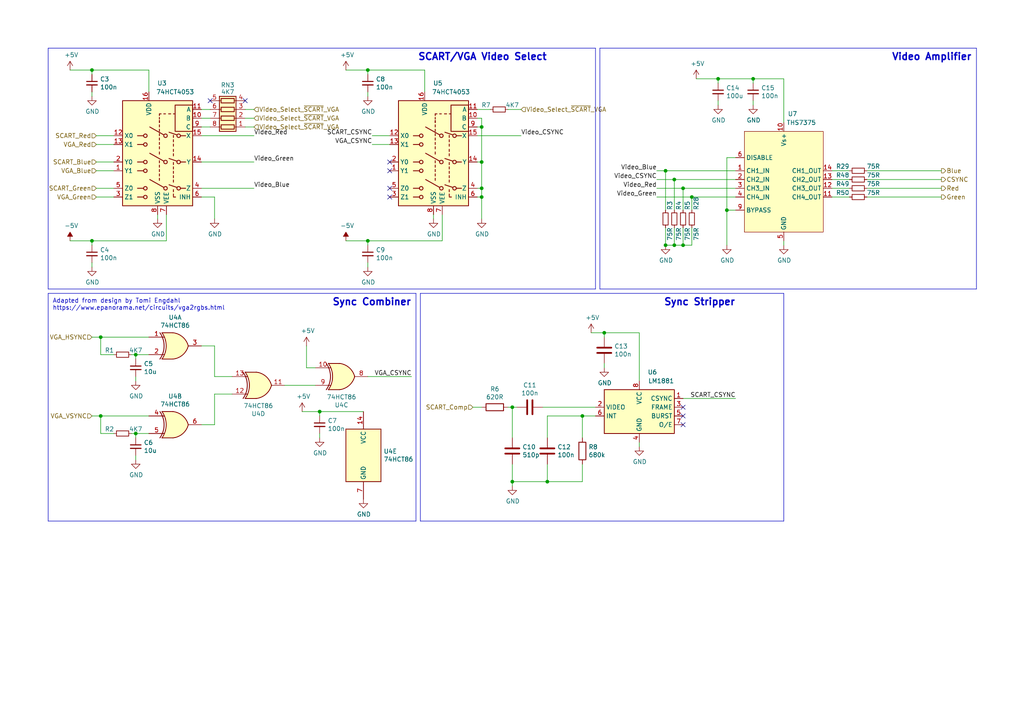
<source format=kicad_sch>
(kicad_sch (version 20200512) (host eeschema "(5.99.0-1700-gd72a778f1)")
  (page 1 4)
  (paper "A4")
  (title_block (title "JAMMA2Console") (date "2020-05-01") (rev "2") (company "Gold"))
  (lib_symbols
    (symbol "74xx:74HC86"
      (property "Reference" "U" (at 0 1.27 0))
      (property "Value" "74HC86" (at 0 -1.27 0))
      (symbol "74HC86_1_0"
        (arc (start -4.4196 3.81) (end -4.4196 -3.81) (radius (at -9.779 0) (length 6.5532) (angles 35.4 -35.4)) (stroke (width 0.254)))
        (arc (start -3.81 3.81) (end -3.81 -3.81) (radius (at -9.144 0) (length 6.5532) (angles 35.4 -35.4)) (stroke (width 0.254)))
        (arc (start 3.81 0) (end -0.6096 3.81) (radius (at -1.1938 -1.3208) (length 5.1816) (angles 15 83.7)) (stroke (width 0.254)) (fill (type background)))
        (arc (start 3.81 0) (end -0.6096 -3.81) (radius (at -1.1938 1.3208) (length 5.1816) (angles -15 -83.7)) (stroke (width 0.254)) (fill (type background)))
        (polyline (pts (xy -3.81 -3.81) (xy -0.635 -3.81)) (stroke (width 0.254)) (fill (type background)))
        (polyline (pts (xy -3.81 3.81) (xy -0.635 3.81)) (stroke (width 0.254)) (fill (type background)))
        (polyline (pts (xy -0.635 3.81) (xy -3.81 3.81) (xy -3.81 3.81) (xy -3.556 3.4036) (xy -3.0226 2.2606) (xy -2.6924 1.0414) (xy -2.6162 -0.254) (xy -2.7686 -1.4986) (xy -3.175 -2.7178) (xy -3.81 -3.81) (xy -3.81 -3.81) (xy -0.635 -3.81)) (stroke (width -25.4)) (fill (type background)))
        (pin input line (at -7.62 2.54 0) (length 4.445) (name "~") (number "1"))
        (pin input line (at -7.62 -2.54 0) (length 4.445) (name "~") (number "2"))
        (pin output line (at 7.62 0 180) (length 3.81) (name "~") (number "3"))
      )
      (symbol "74HC86_2_0"
        (arc (start -4.4196 3.81) (end -4.4196 -3.81) (radius (at -9.779 0) (length 6.5532) (angles 35.4 -35.4)) (stroke (width 0.254)))
        (arc (start -3.81 3.81) (end -3.81 -3.81) (radius (at -9.144 0) (length 6.5532) (angles 35.4 -35.4)) (stroke (width 0.254)))
        (arc (start 3.81 0) (end -0.6096 3.81) (radius (at -1.1938 -1.3208) (length 5.1816) (angles 15 83.7)) (stroke (width 0.254)) (fill (type background)))
        (arc (start 3.81 0) (end -0.6096 -3.81) (radius (at -1.1938 1.3208) (length 5.1816) (angles -15 -83.7)) (stroke (width 0.254)) (fill (type background)))
        (polyline (pts (xy -3.81 -3.81) (xy -0.635 -3.81)) (stroke (width 0.254)) (fill (type background)))
        (polyline (pts (xy -3.81 3.81) (xy -0.635 3.81)) (stroke (width 0.254)) (fill (type background)))
        (polyline (pts (xy -0.635 3.81) (xy -3.81 3.81) (xy -3.81 3.81) (xy -3.556 3.4036) (xy -3.0226 2.2606) (xy -2.6924 1.0414) (xy -2.6162 -0.254) (xy -2.7686 -1.4986) (xy -3.175 -2.7178) (xy -3.81 -3.81) (xy -3.81 -3.81) (xy -0.635 -3.81)) (stroke (width -25.4)) (fill (type background)))
        (pin input line (at -7.62 2.54 0) (length 4.445) (name "~") (number "4"))
        (pin input line (at -7.62 -2.54 0) (length 4.445) (name "~") (number "5"))
        (pin output line (at 7.62 0 180) (length 3.81) (name "~") (number "6"))
      )
      (symbol "74HC86_3_0"
        (arc (start -4.4196 3.81) (end -4.4196 -3.81) (radius (at -9.779 0) (length 6.5532) (angles 35.4 -35.4)) (stroke (width 0.254)))
        (arc (start -3.81 3.81) (end -3.81 -3.81) (radius (at -9.144 0) (length 6.5532) (angles 35.4 -35.4)) (stroke (width 0.254)))
        (arc (start 3.81 0) (end -0.6096 3.81) (radius (at -1.1938 -1.3208) (length 5.1816) (angles 15 83.7)) (stroke (width 0.254)) (fill (type background)))
        (arc (start 3.81 0) (end -0.6096 -3.81) (radius (at -1.1938 1.3208) (length 5.1816) (angles -15 -83.7)) (stroke (width 0.254)) (fill (type background)))
        (polyline (pts (xy -3.81 -3.81) (xy -0.635 -3.81)) (stroke (width 0.254)) (fill (type background)))
        (polyline (pts (xy -3.81 3.81) (xy -0.635 3.81)) (stroke (width 0.254)) (fill (type background)))
        (polyline (pts (xy -0.635 3.81) (xy -3.81 3.81) (xy -3.81 3.81) (xy -3.556 3.4036) (xy -3.0226 2.2606) (xy -2.6924 1.0414) (xy -2.6162 -0.254) (xy -2.7686 -1.4986) (xy -3.175 -2.7178) (xy -3.81 -3.81) (xy -3.81 -3.81) (xy -0.635 -3.81)) (stroke (width -25.4)) (fill (type background)))
        (pin input line (at -7.62 -2.54 0) (length 4.445) (name "~") (number "10"))
        (pin output line (at 7.62 0 180) (length 3.81) (name "~") (number "8"))
        (pin input line (at -7.62 2.54 0) (length 4.445) (name "~") (number "9"))
      )
      (symbol "74HC86_4_0"
        (arc (start -4.4196 3.81) (end -4.4196 -3.81) (radius (at -9.779 0) (length 6.5532) (angles 35.4 -35.4)) (stroke (width 0.254)))
        (arc (start -3.81 3.81) (end -3.81 -3.81) (radius (at -9.144 0) (length 6.5532) (angles 35.4 -35.4)) (stroke (width 0.254)))
        (arc (start 3.81 0) (end -0.6096 3.81) (radius (at -1.1938 -1.3208) (length 5.1816) (angles 15 83.7)) (stroke (width 0.254)) (fill (type background)))
        (arc (start 3.81 0) (end -0.6096 -3.81) (radius (at -1.1938 1.3208) (length 5.1816) (angles -15 -83.7)) (stroke (width 0.254)) (fill (type background)))
        (polyline (pts (xy -3.81 -3.81) (xy -0.635 -3.81)) (stroke (width 0.254)) (fill (type background)))
        (polyline (pts (xy -3.81 3.81) (xy -0.635 3.81)) (stroke (width 0.254)) (fill (type background)))
        (polyline (pts (xy -0.635 3.81) (xy -3.81 3.81) (xy -3.81 3.81) (xy -3.556 3.4036) (xy -3.0226 2.2606) (xy -2.6924 1.0414) (xy -2.6162 -0.254) (xy -2.7686 -1.4986) (xy -3.175 -2.7178) (xy -3.81 -3.81) (xy -3.81 -3.81) (xy -0.635 -3.81)) (stroke (width -25.4)) (fill (type background)))
        (pin output line (at 7.62 0 180) (length 3.81) (name "~") (number "11"))
        (pin input line (at -7.62 2.54 0) (length 4.445) (name "~") (number "12"))
        (pin input line (at -7.62 -2.54 0) (length 4.445) (name "~") (number "13"))
      )
      (symbol "74HC86_5_1"
        (rectangle (start -5.08 7.62) (end 5.08 -7.62) (stroke (width 0.254)) (fill (type background)))
      )
      (symbol "74HC86_1_1"
        (polyline (pts (xy -3.81 -2.54) (xy -3.175 -2.54)))
        (polyline (pts (xy -3.81 2.54) (xy -3.175 2.54)))
      )
      (symbol "74HC86_2_1"
        (polyline (pts (xy -3.81 -2.54) (xy -3.175 -2.54)))
        (polyline (pts (xy -3.81 2.54) (xy -3.175 2.54)))
      )
      (symbol "74HC86_3_1"
        (polyline (pts (xy -3.81 -2.54) (xy -3.175 -2.54)))
        (polyline (pts (xy -3.81 2.54) (xy -3.175 2.54)))
      )
      (symbol "74HC86_4_1"
        (polyline (pts (xy -3.81 -2.54) (xy -3.175 -2.54)))
        (polyline (pts (xy -3.81 2.54) (xy -3.175 2.54)))
      )
      (symbol "74HC86_5_0"
        (pin power_in line (at 0 12.7 270) (length 5.08) (name "VCC") (number "14"))
        (pin power_in line (at 0 -12.7 90) (length 5.08) (name "GND") (number "7"))
      )
    )
    (symbol "Analog_Switch:CD4053B" (pin_names (offset 0.508))
      (property "Reference" "U" (at -10.16 16.51 0))
      (property "Value" "CD4053B" (at 3.81 16.51 0))
      (symbol "CD4053B_0_1"
        (circle (center -6.096 -10.16) (radius 0.508) (stroke (width 0.254)))
        (circle (center -6.096 -2.54) (radius 0.508) (stroke (width 0.254)))
        (circle (center -6.096 5.08) (radius 0.508) (stroke (width 0.254)))
        (circle (center -2.286 -10.16) (radius 0.508) (stroke (width 0.254)))
        (circle (center -2.286 -2.54) (radius 0.508) (stroke (width 0.254)))
        (circle (center -2.286 5.08) (radius 0.508) (stroke (width 0.254)))
        (circle (center 3.556 -12.7) (radius 0.508) (stroke (width 0.254)))
        (circle (center 3.556 -10.16) (radius 0.508) (stroke (width 0.254)))
        (circle (center 3.556 -5.08) (radius 0.508) (stroke (width 0.254)))
        (circle (center 3.556 -2.54) (radius 0.508) (stroke (width 0.254)))
        (circle (center 3.556 2.54) (radius 0.508) (stroke (width 0.254)))
        (circle (center 3.556 5.08) (radius 0.508) (stroke (width 0.254)))
        (rectangle (start -10.16 6.35) (end -5.08 13.97) (stroke (width 0.254)))
        (rectangle (start -10.16 15.24) (end 10.16 -15.24) (stroke (width 0.254)) (fill (type background)))
        (polyline (pts (xy -8.128 -10.16) (xy -6.604 -10.16)) (stroke (width 0.254)))
        (polyline (pts (xy -8.128 -2.54) (xy -6.604 -2.54)) (stroke (width 0.254)))
        (polyline (pts (xy -8.128 5.08) (xy -6.604 5.08)) (stroke (width 0.254)))
        (polyline (pts (xy -5.588 -9.906) (xy -3.302 -9.144)) (stroke (width 0.254)))
        (polyline (pts (xy -5.588 -2.286) (xy -3.302 -1.524)) (stroke (width 0.254)))
        (polyline (pts (xy -5.588 5.334) (xy -3.302 6.096)) (stroke (width 0.254)))
        (polyline (pts (xy -4.572 -12.7) (xy -5.207 -12.7)) (stroke (width 0.254)))
        (polyline (pts (xy -4.572 -12.446) (xy -4.572 -11.811)) (stroke (width 0.254)))
        (polyline (pts (xy -4.572 -11.176) (xy -4.572 -10.541)) (stroke (width 0.254)))
        (polyline (pts (xy -4.572 -8.382) (xy -4.572 -7.747)) (stroke (width 0.254)))
        (polyline (pts (xy -4.572 -7.112) (xy -4.572 -6.477)) (stroke (width 0.254)))
        (polyline (pts (xy -4.572 -5.842) (xy -4.572 -5.207)) (stroke (width 0.254)))
        (polyline (pts (xy -4.572 -4.572) (xy -4.572 -3.937)) (stroke (width 0.254)))
        (polyline (pts (xy -4.572 -3.302) (xy -4.572 -2.667)) (stroke (width 0.254)))
        (polyline (pts (xy -4.572 -0.762) (xy -4.572 -0.127)) (stroke (width 0.254)))
        (polyline (pts (xy -4.572 0.508) (xy -4.572 1.143)) (stroke (width 0.254)))
        (polyline (pts (xy -4.572 2.032) (xy -4.572 2.667)) (stroke (width 0.254)))
        (polyline (pts (xy -4.572 3.302) (xy -4.572 3.937)) (stroke (width 0.254)))
        (polyline (pts (xy -4.572 4.572) (xy -4.572 5.207)) (stroke (width 0.254)))
        (polyline (pts (xy -4.572 11.43) (xy -5.08 11.43)) (stroke (width 0.254)))
        (polyline (pts (xy -3.81 11.43) (xy -3.175 11.43)) (stroke (width 0.254)))
        (polyline (pts (xy -1.778 -9.906) (xy 2.286 -7.62)) (stroke (width 0.254)))
        (polyline (pts (xy -1.778 -2.286) (xy 2.286 0)) (stroke (width 0.254)))
        (polyline (pts (xy -1.778 5.334) (xy 2.286 7.62)) (stroke (width 0.254)))
        (polyline (pts (xy -1.778 11.43) (xy -2.286 11.43)) (stroke (width 0.254)))
        (polyline (pts (xy -0.508 -7.874) (xy -0.508 -7.239)) (stroke (width 0.254)))
        (polyline (pts (xy -0.508 -6.604) (xy -0.508 -5.969)) (stroke (width 0.254)))
        (polyline (pts (xy -0.508 -5.334) (xy -0.508 -4.699)) (stroke (width 0.254)))
        (polyline (pts (xy -0.508 -4.064) (xy -0.508 -3.429)) (stroke (width 0.254)))
        (polyline (pts (xy -0.508 -2.794) (xy -0.508 -2.159)) (stroke (width 0.254)))
        (polyline (pts (xy -0.508 -0.254) (xy -0.508 0.381)) (stroke (width 0.254)))
        (polyline (pts (xy -0.508 1.27) (xy -0.508 1.905)) (stroke (width 0.254)))
        (polyline (pts (xy -0.508 2.54) (xy -0.508 3.175)) (stroke (width 0.254)))
        (polyline (pts (xy -0.508 3.81) (xy -0.508 4.445)) (stroke (width 0.254)))
        (polyline (pts (xy -0.508 5.08) (xy -0.508 5.715)) (stroke (width 0.254)))
        (polyline (pts (xy -0.508 6.35) (xy -0.508 6.985)) (stroke (width 0.254)))
        (polyline (pts (xy -0.508 7.62) (xy -0.508 8.255)) (stroke (width 0.254)))
        (polyline (pts (xy -0.508 8.89) (xy -0.508 9.398)) (stroke (width 0.254)))
        (polyline (pts (xy -0.508 8.89) (xy -0.508 9.525)) (stroke (width 0.254)))
        (polyline (pts (xy -0.508 9.906) (xy -0.508 10.414)) (stroke (width 0.254)))
        (polyline (pts (xy -0.508 10.922) (xy -0.508 11.43)) (stroke (width 0.254)))
        (polyline (pts (xy -0.508 11.43) (xy -1.016 11.43)) (stroke (width 0.254)))
        (polyline (pts (xy 4.064 -12.7) (xy 5.842 -12.7)) (stroke (width 0.254)))
        (polyline (pts (xy 4.064 -10.16) (xy 5.842 -10.16)) (stroke (width 0.254)))
        (polyline (pts (xy 4.064 -5.08) (xy 5.842 -5.08)) (stroke (width 0.254)))
        (polyline (pts (xy 4.064 -2.54) (xy 5.842 -2.54)) (stroke (width 0.254)))
        (polyline (pts (xy 4.064 2.54) (xy 5.842 2.54)) (stroke (width 0.254)))
        (polyline (pts (xy 4.064 5.08) (xy 5.842 5.08)) (stroke (width 0.254)))
      )
      (symbol "CD4053B_1_1"
        (pin bidirectional line (at 12.7 -5.08 180) (length 2.54) (name "Y1") (number "1"))
        (pin input line (at -12.7 10.16 0) (length 2.54) (name "B") (number "10"))
        (pin input line (at -12.7 12.7 0) (length 2.54) (name "A") (number "11"))
        (pin bidirectional line (at 12.7 5.08 180) (length 2.54) (name "X0") (number "12"))
        (pin bidirectional line (at 12.7 2.54 180) (length 2.54) (name "X1") (number "13"))
        (pin bidirectional line (at -12.7 -2.54 0) (length 2.54) (name "Y") (number "14"))
        (pin bidirectional line (at -12.7 5.08 0) (length 2.54) (name "X") (number "15"))
        (pin power_in line (at 2.54 17.78 270) (length 2.54) (name "VDD") (number "16"))
        (pin bidirectional line (at 12.7 -2.54 180) (length 2.54) (name "Y0") (number "2"))
        (pin bidirectional line (at 12.7 -12.7 180) (length 2.54) (name "Z1") (number "3"))
        (pin bidirectional line (at -12.7 -10.16 0) (length 2.54) (name "Z") (number "4"))
        (pin bidirectional line (at 12.7 -10.16 180) (length 2.54) (name "Z0") (number "5"))
        (pin input line (at -12.7 -12.7 0) (length 2.54) (name "INH") (number "6"))
        (pin power_in line (at -2.54 -17.78 90) (length 2.54) (name "VEE") (number "7"))
        (pin power_in line (at 0 -17.78 90) (length 2.54) (name "VSS") (number "8"))
        (pin input line (at -12.7 7.62 0) (length 2.54) (name "C") (number "9"))
      )
    )
    (symbol "Console2JAMMA:THS7375"
      (property "Reference" "U" (at 2.54 22.86 0))
      (property "Value" "THS7375" (at 2.54 20.32 0))
      (symbol "THS7375_0_1"
        (rectangle (start -11.43 17.78) (end 11.43 -11.43) (fill (type background)))
      )
      (symbol "THS7375_1_1"
        (pin input line (at -13.97 6.35 0) (length 2.54) (name "CH1_IN") (number "1"))
        (pin power_in line (at 0 20.32 270) (length 2.54) (name "Vs+") (number "10"))
        (pin output line (at 13.97 -1.27 180) (length 2.54) (name "CH4_OUT") (number "11"))
        (pin output line (at 13.97 1.27 180) (length 2.54) (name "CH3_OUT") (number "12"))
        (pin output line (at 13.97 3.81 180) (length 2.54) (name "CH2_OUT") (number "13"))
        (pin output line (at 13.97 6.35 180) (length 2.54) (name "CH1_OUT") (number "14"))
        (pin input line (at -13.97 3.81 0) (length 2.54) (name "CH2_IN") (number "2"))
        (pin input line (at -13.97 1.27 0) (length 2.54) (name "CH3_IN") (number "3"))
        (pin input line (at -13.97 -1.27 0) (length 2.54) (name "CH4_IN") (number "4"))
        (pin power_in line (at 0 -13.97 90) (length 2.54) (name "GND") (number "5"))
        (pin input line (at -13.97 10.16 0) (length 2.54) (name "DISABLE") (number "6"))
        (pin unconnected line (at -13.97 -7.62 0) (length 2.54) (name "NC") (number "7") hide)
        (pin unconnected line (at -13.97 -10.16 0) (length 2.54) (name "NC") (number "8") hide)
        (pin input line (at -13.97 -5.08 0) (length 2.54) (name "BYPASS") (number "9"))
      )
    )
    (symbol "Device:C" (pin_numbers hide) (pin_names (offset 0.254))
      (property "Reference" "C" (at 0.635 2.54 0))
      (property "Value" "C" (at 0.635 -2.54 0))
      (symbol "C_0_1"
        (polyline (pts (xy -2.032 -0.762) (xy 2.032 -0.762)) (stroke (width 0.508)))
        (polyline (pts (xy -2.032 0.762) (xy 2.032 0.762)) (stroke (width 0.508)))
      )
      (symbol "C_1_1"
        (pin passive line (at 0 3.81 270) (length 2.794) (name "~") (number "1"))
        (pin passive line (at 0 -3.81 90) (length 2.794) (name "~") (number "2"))
      )
    )
    (symbol "Device:C_Small" (pin_numbers hide) (pin_names (offset 0.254) hide)
      (property "Reference" "C" (at 0.254 1.778 0))
      (property "Value" "C_Small" (at 0.254 -2.032 0))
      (symbol "C_Small_0_1"
        (polyline (pts (xy -1.524 -0.508) (xy 1.524 -0.508)) (stroke (width 0.3302)))
        (polyline (pts (xy -1.524 0.508) (xy 1.524 0.508)) (stroke (width 0.3048)))
      )
      (symbol "C_Small_1_1"
        (pin passive line (at 0 2.54 270) (length 2.032) (name "~") (number "1"))
        (pin passive line (at 0 -2.54 90) (length 2.032) (name "~") (number "2"))
      )
    )
    (symbol "Device:C_Small_1" (pin_numbers hide) (pin_names (offset 0.254) hide)
      (property "Reference" "C" (at 0.254 1.778 0))
      (property "Value" "C_Small" (at 0.254 -2.032 0))
      (symbol "C_Small_1_0_1"
        (polyline (pts (xy -1.524 -0.508) (xy 1.524 -0.508)) (stroke (width 0.3302)))
        (polyline (pts (xy -1.524 0.508) (xy 1.524 0.508)) (stroke (width 0.3048)))
      )
      (symbol "C_Small_1_1_1"
        (pin passive line (at 0 2.54 270) (length 2.032) (name "~") (number "1"))
        (pin passive line (at 0 -2.54 90) (length 2.032) (name "~") (number "2"))
      )
    )
    (symbol "Device:R" (pin_numbers hide) (pin_names (offset 0))
      (property "Reference" "R" (at 2.032 0 90))
      (property "Value" "R" (at 0 0 90))
      (symbol "R_0_1"
        (rectangle (start -1.016 -2.54) (end 1.016 2.54) (stroke (width 0.254)))
      )
      (symbol "R_1_1"
        (pin passive line (at 0 3.81 270) (length 1.27) (name "~") (number "1"))
        (pin passive line (at 0 -3.81 90) (length 1.27) (name "~") (number "2"))
      )
    )
    (symbol "Device:R_Pack04" (pin_names (offset 0) hide)
      (property "Reference" "RN" (at -7.62 0 90))
      (property "Value" "R_Pack04" (at 5.08 0 90))
      (symbol "R_Pack04_0_1"
        (rectangle (start -6.35 -2.413) (end 3.81 2.413) (stroke (width 0.254)) (fill (type background)))
        (rectangle (start -5.715 1.905) (end -4.445 -1.905) (stroke (width 0.254)))
        (rectangle (start -3.175 1.905) (end -1.905 -1.905) (stroke (width 0.254)))
        (rectangle (start -0.635 1.905) (end 0.635 -1.905) (stroke (width 0.254)))
        (rectangle (start 1.905 1.905) (end 3.175 -1.905) (stroke (width 0.254)))
        (polyline (pts (xy -5.08 -2.54) (xy -5.08 -1.905)))
        (polyline (pts (xy -5.08 1.905) (xy -5.08 2.54)))
        (polyline (pts (xy -2.54 -2.54) (xy -2.54 -1.905)))
        (polyline (pts (xy -2.54 1.905) (xy -2.54 2.54)))
        (polyline (pts (xy 0 -2.54) (xy 0 -1.905)))
        (polyline (pts (xy 0 1.905) (xy 0 2.54)))
        (polyline (pts (xy 2.54 -2.54) (xy 2.54 -1.905)))
        (polyline (pts (xy 2.54 1.905) (xy 2.54 2.54)))
      )
      (symbol "R_Pack04_1_1"
        (pin passive line (at -5.08 -5.08 90) (length 2.54) (name "R1.1") (number "1"))
        (pin passive line (at -2.54 -5.08 90) (length 2.54) (name "R2.1") (number "2"))
        (pin passive line (at 0 -5.08 90) (length 2.54) (name "R3.1") (number "3"))
        (pin passive line (at 2.54 -5.08 90) (length 2.54) (name "R4.1") (number "4"))
        (pin passive line (at 2.54 5.08 270) (length 2.54) (name "R4.2") (number "5"))
        (pin passive line (at 0 5.08 270) (length 2.54) (name "R3.2") (number "6"))
        (pin passive line (at -2.54 5.08 270) (length 2.54) (name "R2.2") (number "7"))
        (pin passive line (at -5.08 5.08 270) (length 2.54) (name "R1.2") (number "8"))
      )
    )
    (symbol "Device:R_Small" (pin_numbers hide) (pin_names (offset 0.254) hide)
      (property "Reference" "R" (at 0.762 0.508 0))
      (property "Value" "R_Small" (at 0.762 -1.016 0))
      (symbol "R_Small_0_1"
        (rectangle (start -0.762 1.778) (end 0.762 -1.778) (stroke (width 0.2032)))
      )
      (symbol "R_Small_1_1"
        (pin passive line (at 0 2.54 270) (length 0.762) (name "~") (number "1"))
        (pin passive line (at 0 -2.54 90) (length 0.762) (name "~") (number "2"))
      )
    )
    (symbol "Device:R_Small_1" (pin_numbers hide) (pin_names (offset 0.254) hide)
      (property "Reference" "R" (at 0.762 0.508 0))
      (property "Value" "R_Small" (at 0.762 -1.016 0))
      (symbol "R_Small_1_0_1"
        (rectangle (start -0.762 1.778) (end 0.762 -1.778) (stroke (width 0.2032)))
      )
      (symbol "R_Small_1_1_1"
        (pin passive line (at 0 2.54 270) (length 0.762) (name "~") (number "1"))
        (pin passive line (at 0 -2.54 90) (length 0.762) (name "~") (number "2"))
      )
    )
    (symbol "Device:R_Small_2" (pin_numbers hide) (pin_names (offset 0.254) hide)
      (property "Reference" "R" (at 0.762 0.508 0))
      (property "Value" "R_Small" (at 0.762 -1.016 0))
      (symbol "R_Small_2_0_1"
        (rectangle (start -0.762 1.778) (end 0.762 -1.778) (stroke (width 0.2032)))
      )
      (symbol "R_Small_2_1_1"
        (pin passive line (at 0 2.54 270) (length 0.762) (name "~") (number "1"))
        (pin passive line (at 0 -2.54 90) (length 0.762) (name "~") (number "2"))
      )
    )
    (symbol "Device:R_Small_3" (pin_numbers hide) (pin_names (offset 0.254) hide)
      (property "Reference" "R" (at 0.762 0.508 0))
      (property "Value" "R_Small" (at 0.762 -1.016 0))
      (symbol "R_Small_3_0_1"
        (rectangle (start -0.762 1.778) (end 0.762 -1.778) (stroke (width 0.2032)))
      )
      (symbol "R_Small_3_1_1"
        (pin passive line (at 0 2.54 270) (length 0.762) (name "~") (number "1"))
        (pin passive line (at 0 -2.54 90) (length 0.762) (name "~") (number "2"))
      )
    )
    (symbol "Device:R_Small_4" (pin_numbers hide) (pin_names (offset 0.254) hide)
      (property "Reference" "R" (at 0.762 0.508 0))
      (property "Value" "R_Small" (at 0.762 -1.016 0))
      (symbol "R_Small_4_0_1"
        (rectangle (start -0.762 1.778) (end 0.762 -1.778) (stroke (width 0.2032)))
      )
      (symbol "R_Small_4_1_1"
        (pin passive line (at 0 2.54 270) (length 0.762) (name "~") (number "1"))
        (pin passive line (at 0 -2.54 90) (length 0.762) (name "~") (number "2"))
      )
    )
    (symbol "Device:R_Small_5" (pin_numbers hide) (pin_names (offset 0.254) hide)
      (property "Reference" "R" (at 0.762 0.508 0))
      (property "Value" "R_Small" (at 0.762 -1.016 0))
      (symbol "R_Small_5_0_1"
        (rectangle (start -0.762 1.778) (end 0.762 -1.778) (stroke (width 0.2032)))
      )
      (symbol "R_Small_5_1_1"
        (pin passive line (at 0 2.54 270) (length 0.762) (name "~") (number "1"))
        (pin passive line (at 0 -2.54 90) (length 0.762) (name "~") (number "2"))
      )
    )
    (symbol "Device:R_Small_6" (pin_numbers hide) (pin_names (offset 0.254) hide)
      (property "Reference" "R" (at 0.762 0.508 0))
      (property "Value" "R_Small" (at 0.762 -1.016 0))
      (symbol "R_Small_6_0_1"
        (rectangle (start -0.762 1.778) (end 0.762 -1.778) (stroke (width 0.2032)))
      )
      (symbol "R_Small_6_1_1"
        (pin passive line (at 0 2.54 270) (length 0.762) (name "~") (number "1"))
        (pin passive line (at 0 -2.54 90) (length 0.762) (name "~") (number "2"))
      )
    )
    (symbol "Device:R_Small_7" (pin_numbers hide) (pin_names (offset 0.254) hide)
      (property "Reference" "R" (at 0.762 0.508 0))
      (property "Value" "R_Small" (at 0.762 -1.016 0))
      (symbol "R_Small_7_0_1"
        (rectangle (start -0.762 1.778) (end 0.762 -1.778) (stroke (width 0.2032)))
      )
      (symbol "R_Small_7_1_1"
        (pin passive line (at 0 2.54 270) (length 0.762) (name "~") (number "1"))
        (pin passive line (at 0 -2.54 90) (length 0.762) (name "~") (number "2"))
      )
    )
    (symbol "Device:R_Small_8" (pin_numbers hide) (pin_names (offset 0.254) hide)
      (property "Reference" "R" (at 0.762 0.508 0))
      (property "Value" "R_Small" (at 0.762 -1.016 0))
      (symbol "R_Small_8_0_1"
        (rectangle (start -0.762 1.778) (end 0.762 -1.778) (stroke (width 0.2032)))
      )
      (symbol "R_Small_8_1_1"
        (pin passive line (at 0 2.54 270) (length 0.762) (name "~") (number "1"))
        (pin passive line (at 0 -2.54 90) (length 0.762) (name "~") (number "2"))
      )
    )
    (symbol "Video:LM1881"
      (property "Reference" "U" (at -8.89 8.89 0))
      (property "Value" "LM1881" (at 6.35 8.89 0))
      (symbol "LM1881_0_1"
        (rectangle (start -10.16 7.62) (end 10.16 -5.08) (stroke (width 0.254)) (fill (type background)))
      )
      (symbol "LM1881_1_1"
        (pin output line (at 12.7 5.08 180) (length 2.54) (name "CSYNC") (number "1"))
        (pin input line (at -12.7 2.54 0) (length 2.54) (name "VIDEO") (number "2"))
        (pin output line (at 12.7 2.54 180) (length 2.54) (name "FRAME") (number "3"))
        (pin power_in line (at 0 -7.62 90) (length 2.54) (name "GND") (number "4"))
        (pin output line (at 12.7 0 180) (length 2.54) (name "BURST") (number "5"))
        (pin input line (at -12.7 0 0) (length 2.54) (name "INT") (number "6"))
        (pin output line (at 12.7 -2.54 180) (length 2.54) (name "O/E") (number "7"))
        (pin power_in line (at 0 10.16 270) (length 2.54) (name "VCC") (number "8"))
      )
    )
    (symbol "power:+5V" (power) (pin_names (offset 0))
      (property "Value" "+5V" (at 0 3.556 0))
      (symbol "+5V_0_1"
        (polyline (pts (xy -0.762 1.27) (xy 0 2.54)))
        (polyline (pts (xy 0 0) (xy 0 2.54)))
        (polyline (pts (xy 0 2.54) (xy 0.762 1.27)))
      )
      (symbol "+5V_1_1"
        (pin power_in line (at 0 0 90) (length 0) (name "+5V") (number "1") hide)
      )
    )
    (symbol "power:-5V" (power) (pin_names (offset 0))
      (property "Value" "-5V" (at 0 3.81 0))
      (symbol "-5V_0_1"
        (polyline (pts (xy 0 0) (xy 0 1.27) (xy 0.762 1.27) (xy 0 2.54) (xy -0.762 1.27) (xy 0 1.27)) (fill (type outline)))
      )
      (symbol "-5V_0_0"
        (pin power_in line (at 0 0 90) (length 0) (name "-5V") (number "1") hide)
      )
    )
    (symbol "power:GND" (power) (pin_names (offset 0))
      (property "Value" "GND" (at 0 -3.81 0))
      (symbol "GND_0_1"
        (polyline (pts (xy 0 0) (xy 0 -1.27) (xy 1.27 -1.27) (xy 0 -2.54) (xy -1.27 -1.27) (xy 0 -1.27)))
      )
      (symbol "GND_1_1"
        (pin power_in line (at 0 0 270) (length 0) (name "GND") (number "1") hide)
      )
    )
  )
  (junction (at 26.67 20.32))
  (junction (at 26.67 69.85))
  (junction (at 29.21 97.79))
  (junction (at 29.21 120.65))
  (junction (at 39.37 102.87))
  (junction (at 39.37 125.73))
  (junction (at 92.71 119.38))
  (junction (at 106.68 20.32))
  (junction (at 106.68 69.85))
  (junction (at 139.7 36.83))
  (junction (at 139.7 46.99))
  (junction (at 139.7 54.61))
  (junction (at 139.7 57.15))
  (junction (at 148.59 118.11))
  (junction (at 148.59 139.7))
  (junction (at 158.75 139.7))
  (junction (at 168.91 120.65))
  (junction (at 175.26 96.52))
  (junction (at 193.04 49.53))
  (junction (at 193.04 71.12))
  (junction (at 195.58 52.07))
  (junction (at 195.58 71.12))
  (junction (at 198.12 54.61))
  (junction (at 198.12 71.12))
  (junction (at 200.66 57.15))
  (junction (at 208.28 22.86))
  (junction (at 210.82 60.96))
  (junction (at 218.44 22.86))
  (no_connect (at 71.12 29.21))
  (no_connect (at 113.03 49.53))
  (no_connect (at 198.12 118.11))
  (no_connect (at 198.12 123.19))
  (no_connect (at 113.03 57.15))
  (no_connect (at 198.12 120.65))
  (no_connect (at 113.03 46.99))
  (no_connect (at 113.03 54.61))
  (no_connect (at 60.96 29.21))
  (wire (pts (xy 20.32 20.32) (xy 26.67 20.32)))
  (wire (pts (xy 20.32 69.85) (xy 26.67 69.85)))
  (wire (pts (xy 26.67 20.32) (xy 26.67 21.59)))
  (wire (pts (xy 26.67 20.32) (xy 43.18 20.32)))
  (wire (pts (xy 26.67 26.67) (xy 26.67 27.94)))
  (wire (pts (xy 26.67 69.85) (xy 26.67 71.12)))
  (wire (pts (xy 26.67 69.85) (xy 48.26 69.85)))
  (wire (pts (xy 26.67 76.2) (xy 26.67 77.47)))
  (wire (pts (xy 26.67 97.79) (xy 29.21 97.79)))
  (wire (pts (xy 26.67 120.65) (xy 29.21 120.65)))
  (wire (pts (xy 27.94 39.37) (xy 33.02 39.37)))
  (wire (pts (xy 27.94 41.91) (xy 33.02 41.91)))
  (wire (pts (xy 27.94 46.99) (xy 33.02 46.99)))
  (wire (pts (xy 27.94 49.53) (xy 33.02 49.53)))
  (wire (pts (xy 27.94 54.61) (xy 33.02 54.61)))
  (wire (pts (xy 27.94 57.15) (xy 33.02 57.15)))
  (wire (pts (xy 29.21 97.79) (xy 29.21 102.87)))
  (wire (pts (xy 29.21 97.79) (xy 43.18 97.79)))
  (wire (pts (xy 29.21 102.87) (xy 33.02 102.87)))
  (wire (pts (xy 29.21 120.65) (xy 29.21 125.73)))
  (wire (pts (xy 29.21 120.65) (xy 43.18 120.65)))
  (wire (pts (xy 29.21 125.73) (xy 33.02 125.73)))
  (wire (pts (xy 38.1 102.87) (xy 39.37 102.87)))
  (wire (pts (xy 38.1 125.73) (xy 39.37 125.73)))
  (wire (pts (xy 39.37 102.87) (xy 39.37 104.14)))
  (wire (pts (xy 39.37 102.87) (xy 43.18 102.87)))
  (wire (pts (xy 39.37 109.22) (xy 39.37 110.49)))
  (wire (pts (xy 39.37 125.73) (xy 39.37 127)))
  (wire (pts (xy 39.37 125.73) (xy 43.18 125.73)))
  (wire (pts (xy 39.37 132.08) (xy 39.37 133.35)))
  (wire (pts (xy 43.18 20.32) (xy 43.18 26.67)))
  (wire (pts (xy 45.72 63.5) (xy 45.72 62.23)))
  (wire (pts (xy 48.26 69.85) (xy 48.26 62.23)))
  (wire (pts (xy 58.42 31.75) (xy 60.96 31.75)))
  (wire (pts (xy 58.42 34.29) (xy 60.96 34.29)))
  (wire (pts (xy 58.42 36.83) (xy 60.96 36.83)))
  (wire (pts (xy 58.42 39.37) (xy 73.66 39.37)))
  (wire (pts (xy 58.42 46.99) (xy 73.66 46.99)))
  (wire (pts (xy 58.42 54.61) (xy 73.66 54.61)))
  (wire (pts (xy 58.42 57.15) (xy 62.23 57.15)))
  (wire (pts (xy 58.42 100.33) (xy 62.23 100.33)))
  (wire (pts (xy 58.42 123.19) (xy 62.23 123.19)))
  (wire (pts (xy 62.23 57.15) (xy 62.23 63.5)))
  (wire (pts (xy 62.23 100.33) (xy 62.23 109.22)))
  (wire (pts (xy 62.23 109.22) (xy 67.31 109.22)))
  (wire (pts (xy 62.23 114.3) (xy 67.31 114.3)))
  (wire (pts (xy 62.23 123.19) (xy 62.23 114.3)))
  (wire (pts (xy 71.12 31.75) (xy 73.66 31.75)))
  (wire (pts (xy 71.12 34.29) (xy 73.66 34.29)))
  (wire (pts (xy 71.12 36.83) (xy 73.66 36.83)))
  (wire (pts (xy 82.55 111.76) (xy 91.44 111.76)))
  (wire (pts (xy 87.63 119.38) (xy 92.71 119.38)))
  (wire (pts (xy 88.9 106.68) (xy 88.9 100.33)))
  (wire (pts (xy 91.44 106.68) (xy 88.9 106.68)))
  (wire (pts (xy 92.71 119.38) (xy 105.41 119.38)))
  (wire (pts (xy 92.71 120.65) (xy 92.71 119.38)))
  (wire (pts (xy 92.71 125.73) (xy 92.71 127)))
  (wire (pts (xy 100.33 20.32) (xy 106.68 20.32)))
  (wire (pts (xy 100.33 69.85) (xy 106.68 69.85)))
  (wire (pts (xy 106.68 20.32) (xy 106.68 21.59)))
  (wire (pts (xy 106.68 20.32) (xy 123.19 20.32)))
  (wire (pts (xy 106.68 26.67) (xy 106.68 27.94)))
  (wire (pts (xy 106.68 69.85) (xy 106.68 71.12)))
  (wire (pts (xy 106.68 69.85) (xy 128.27 69.85)))
  (wire (pts (xy 106.68 76.2) (xy 106.68 77.47)))
  (wire (pts (xy 107.95 39.37) (xy 113.03 39.37)))
  (wire (pts (xy 107.95 41.91) (xy 113.03 41.91)))
  (wire (pts (xy 119.38 109.22) (xy 106.68 109.22)))
  (wire (pts (xy 123.19 20.32) (xy 123.19 26.67)))
  (wire (pts (xy 125.73 62.23) (xy 125.73 63.5)))
  (wire (pts (xy 128.27 69.85) (xy 128.27 62.23)))
  (wire (pts (xy 137.16 118.11) (xy 139.7 118.11)))
  (wire (pts (xy 138.43 31.75) (xy 142.24 31.75)))
  (wire (pts (xy 138.43 34.29) (xy 139.7 34.29)))
  (wire (pts (xy 138.43 36.83) (xy 139.7 36.83)))
  (wire (pts (xy 138.43 39.37) (xy 151.13 39.37)))
  (wire (pts (xy 138.43 46.99) (xy 139.7 46.99)))
  (wire (pts (xy 138.43 54.61) (xy 139.7 54.61)))
  (wire (pts (xy 138.43 57.15) (xy 139.7 57.15)))
  (wire (pts (xy 139.7 34.29) (xy 139.7 36.83)))
  (wire (pts (xy 139.7 36.83) (xy 139.7 46.99)))
  (wire (pts (xy 139.7 46.99) (xy 139.7 54.61)))
  (wire (pts (xy 139.7 54.61) (xy 139.7 57.15)))
  (wire (pts (xy 139.7 57.15) (xy 139.7 63.5)))
  (wire (pts (xy 147.32 31.75) (xy 151.13 31.75)))
  (wire (pts (xy 147.32 118.11) (xy 148.59 118.11)))
  (wire (pts (xy 148.59 118.11) (xy 148.59 127)))
  (wire (pts (xy 148.59 118.11) (xy 149.86 118.11)))
  (wire (pts (xy 148.59 134.62) (xy 148.59 139.7)))
  (wire (pts (xy 148.59 139.7) (xy 148.59 140.97)))
  (wire (pts (xy 148.59 139.7) (xy 158.75 139.7)))
  (wire (pts (xy 157.48 118.11) (xy 172.72 118.11)))
  (wire (pts (xy 158.75 120.65) (xy 168.91 120.65)))
  (wire (pts (xy 158.75 127) (xy 158.75 120.65)))
  (wire (pts (xy 158.75 134.62) (xy 158.75 139.7)))
  (wire (pts (xy 158.75 139.7) (xy 168.91 139.7)))
  (wire (pts (xy 168.91 120.65) (xy 172.72 120.65)))
  (wire (pts (xy 168.91 127) (xy 168.91 120.65)))
  (wire (pts (xy 168.91 139.7) (xy 168.91 134.62)))
  (wire (pts (xy 171.45 96.52) (xy 175.26 96.52)))
  (wire (pts (xy 175.26 96.52) (xy 175.26 97.79)))
  (wire (pts (xy 175.26 96.52) (xy 185.42 96.52)))
  (wire (pts (xy 175.26 105.41) (xy 175.26 106.68)))
  (wire (pts (xy 185.42 96.52) (xy 185.42 110.49)))
  (wire (pts (xy 185.42 128.27) (xy 185.42 129.54)))
  (wire (pts (xy 190.5 49.53) (xy 193.04 49.53)))
  (wire (pts (xy 190.5 52.07) (xy 195.58 52.07)))
  (wire (pts (xy 190.5 54.61) (xy 198.12 54.61)))
  (wire (pts (xy 190.5 57.15) (xy 200.66 57.15)))
  (wire (pts (xy 193.04 49.53) (xy 193.04 60.96)))
  (wire (pts (xy 193.04 49.53) (xy 213.36 49.53)))
  (wire (pts (xy 193.04 66.04) (xy 193.04 71.12)))
  (wire (pts (xy 193.04 71.12) (xy 195.58 71.12)))
  (wire (pts (xy 195.58 52.07) (xy 195.58 60.96)))
  (wire (pts (xy 195.58 66.04) (xy 195.58 71.12)))
  (wire (pts (xy 195.58 71.12) (xy 198.12 71.12)))
  (wire (pts (xy 198.12 54.61) (xy 198.12 60.96)))
  (wire (pts (xy 198.12 66.04) (xy 198.12 71.12)))
  (wire (pts (xy 198.12 71.12) (xy 200.66 71.12)))
  (wire (pts (xy 198.12 115.57) (xy 213.36 115.57)))
  (wire (pts (xy 200.66 57.15) (xy 200.66 60.96)))
  (wire (pts (xy 200.66 57.15) (xy 213.36 57.15)))
  (wire (pts (xy 200.66 66.04) (xy 200.66 71.12)))
  (wire (pts (xy 201.93 22.86) (xy 208.28 22.86)))
  (wire (pts (xy 208.28 22.86) (xy 208.28 24.13)))
  (wire (pts (xy 208.28 22.86) (xy 218.44 22.86)))
  (wire (pts (xy 208.28 29.21) (xy 208.28 30.48)))
  (wire (pts (xy 210.82 45.72) (xy 210.82 60.96)))
  (wire (pts (xy 210.82 60.96) (xy 210.82 71.12)))
  (wire (pts (xy 210.82 60.96) (xy 213.36 60.96)))
  (wire (pts (xy 213.36 45.72) (xy 210.82 45.72)))
  (wire (pts (xy 213.36 52.07) (xy 195.58 52.07)))
  (wire (pts (xy 213.36 54.61) (xy 198.12 54.61)))
  (wire (pts (xy 218.44 22.86) (xy 227.33 22.86)))
  (wire (pts (xy 218.44 24.13) (xy 218.44 22.86)))
  (wire (pts (xy 218.44 29.21) (xy 218.44 30.48)))
  (wire (pts (xy 227.33 22.86) (xy 227.33 35.56)))
  (wire (pts (xy 227.33 69.85) (xy 227.33 71.12)))
  (wire (pts (xy 241.3 49.53) (xy 246.38 49.53)))
  (wire (pts (xy 241.3 52.07) (xy 246.38 52.07)))
  (wire (pts (xy 241.3 54.61) (xy 246.38 54.61)))
  (wire (pts (xy 241.3 57.15) (xy 246.38 57.15)))
  (wire (pts (xy 251.46 49.53) (xy 273.05 49.53)))
  (wire (pts (xy 251.46 52.07) (xy 273.05 52.07)))
  (wire (pts (xy 251.46 54.61) (xy 273.05 54.61)))
  (wire (pts (xy 251.46 57.15) (xy 273.05 57.15)))
  (polyline (pts (xy 13.97 13.97) (xy 13.97 83.82)))
  (polyline (pts (xy 13.97 13.97) (xy 172.72 13.97)))
  (polyline (pts (xy 13.97 83.82) (xy 172.72 83.82)))
  (polyline (pts (xy 13.97 85.09) (xy 13.97 151.13)))
  (polyline (pts (xy 13.97 151.13) (xy 120.65 151.13)))
  (polyline (pts (xy 120.65 85.09) (xy 13.97 85.09)))
  (polyline (pts (xy 120.65 151.13) (xy 120.65 85.09)))
  (polyline (pts (xy 121.92 85.09) (xy 227.33 85.09)))
  (polyline (pts (xy 121.92 151.13) (xy 121.92 85.09)))
  (polyline (pts (xy 172.72 13.97) (xy 172.72 83.82)))
  (polyline (pts (xy 173.99 13.97) (xy 283.21 13.97)))
  (polyline (pts (xy 173.99 83.82) (xy 173.99 13.97)))
  (polyline (pts (xy 227.33 85.09) (xy 227.33 151.13)))
  (polyline (pts (xy 227.33 151.13) (xy 121.92 151.13)))
  (polyline (pts (xy 283.21 13.97) (xy 283.21 83.82)))
  (polyline (pts (xy 283.21 83.82) (xy 173.99 83.82)))
  (text "Adapted from design by Tomi Engdahl\nhttps://www.epanorama.net/circuits/vga2rgbs.html" (at 15.24 90.17 0) (effects (font (size 1.27 1.27)) (justify left bottom)))
  (text "Sync Combiner" (at 119.38 88.9 180) (effects (font (size 2.0066 2.0066) (thickness 0.4013) bold) (justify right bottom)))
  (text "SCART/VGA Video Select" (at 158.75 17.78 180) (effects (font (size 2.0066 2.0066) (thickness 0.4013) bold) (justify right bottom)))
  (text "Sync Stripper" (at 213.36 88.9 180) (effects (font (size 2.0066 2.0066) (thickness 0.4013) bold) (justify right bottom)))
  (text "Video Amplifier" (at 281.94 17.78 180) (effects (font (size 2.0066 2.0066) (thickness 0.4013) bold) (justify right bottom)))
  (label "Video_Red" (at 73.66 39.37 0))
  (label "Video_Green" (at 73.66 46.99 0))
  (label "Video_Blue" (at 73.66 54.61 0))
  (label "SCART_CSYNC" (at 107.95 39.37 180))
  (label "VGA_CSYNC" (at 107.95 41.91 180))
  (label "VGA_CSYNC" (at 119.38 109.22 180))
  (label "Video_CSYNC" (at 151.13 39.37 0))
  (label "Video_Blue" (at 190.5 49.53 180))
  (label "Video_CSYNC" (at 190.5 52.07 180))
  (label "Video_Red" (at 190.5 54.61 180))
  (label "Video_Green" (at 190.5 57.15 180))
  (label "SCART_CSYNC" (at 213.36 115.57 180))
  (hierarchical_label "VGA_HSYNC" (shape input) (at 26.67 97.79 180))
  (hierarchical_label "VGA_VSYNC" (shape input) (at 26.67 120.65 180))
  (hierarchical_label "SCART_Red" (shape input) (at 27.94 39.37 180))
  (hierarchical_label "VGA_Red" (shape input) (at 27.94 41.91 180))
  (hierarchical_label "SCART_Blue" (shape input) (at 27.94 46.99 180))
  (hierarchical_label "VGA_Blue" (shape input) (at 27.94 49.53 180))
  (hierarchical_label "SCART_Green" (shape input) (at 27.94 54.61 180))
  (hierarchical_label "VGA_Green" (shape input) (at 27.94 57.15 180))
  (hierarchical_label "Video_Select_~SCART~_VGA" (shape input) (at 73.66 31.75 0))
  (hierarchical_label "Video_Select_~SCART~_VGA" (shape input) (at 73.66 34.29 0))
  (hierarchical_label "Video_Select_~SCART~_VGA" (shape input) (at 73.66 36.83 0))
  (hierarchical_label "SCART_Comp" (shape input) (at 137.16 118.11 180))
  (hierarchical_label "Video_Select_~SCART~_VGA" (shape input) (at 151.13 31.75 0))
  (hierarchical_label "Blue" (shape output) (at 273.05 49.53 0))
  (hierarchical_label "CSYNC" (shape output) (at 273.05 52.07 0))
  (hierarchical_label "Red" (shape output) (at 273.05 54.61 0))
  (hierarchical_label "Green" (shape output) (at 273.05 57.15 0))
  (symbol (lib_id "power:+5V") (at 20.32 20.32 0) (unit 1)
    (property "Reference" "#PWR0141" (effects hide))
    (property "Value" "+5V" (at 20.701 15.9258 0))
  )
  (symbol (lib_id "power:-5V") (at 20.32 69.85 0) (unit 1)
    (property "Reference" "#PWR029" (effects hide))
    (property "Value" "-5V" (at 20.701 65.4558 0))
  )
  (symbol (lib_id "power:+5V") (at 87.63 119.38 0) (unit 1)
    (property "Reference" "#PWR036" (effects hide))
    (property "Value" "+5V" (at 88.011 114.9858 0))
  )
  (symbol (lib_id "power:+5V") (at 88.9 100.33 0) (unit 1)
    (property "Reference" "#PWR038" (effects hide))
    (property "Value" "+5V" (at 89.281 95.9358 0))
  )
  (symbol (lib_id "power:+5V") (at 100.33 20.32 0) (unit 1)
    (property "Reference" "#PWR039" (effects hide))
    (property "Value" "+5V" (at 100.711 15.9258 0))
  )
  (symbol (lib_id "power:-5V") (at 100.33 69.85 0) (unit 1)
    (property "Reference" "#PWR040" (effects hide))
    (property "Value" "-5V" (at 100.711 65.4558 0))
  )
  (symbol (lib_id "power:+5V") (at 171.45 96.52 0) (unit 1)
    (property "Reference" "#PWR048" (effects hide))
    (property "Value" "+5V" (at 171.831 92.1258 0))
  )
  (symbol (lib_id "power:+5V") (at 201.93 22.86 0) (unit 1)
    (property "Reference" "#PWR0158" (effects hide))
    (property "Value" "+5V" (at 202.311 18.4658 0))
  )
  (symbol (lib_id "power:GND") (at 26.67 27.94 0) (unit 1)
    (property "Reference" "#PWR030" (effects hide))
    (property "Value" "GND" (at 26.797 32.3342 0))
  )
  (symbol (lib_id "power:GND") (at 26.67 77.47 0) (unit 1)
    (property "Reference" "#PWR031" (effects hide))
    (property "Value" "GND" (at 26.797 81.8642 0))
  )
  (symbol (lib_id "power:GND") (at 39.37 110.49 0) (unit 1)
    (property "Reference" "#PWR032" (effects hide))
    (property "Value" "GND" (at 39.497 114.8842 0))
  )
  (symbol (lib_id "power:GND") (at 39.37 133.35 0) (unit 1)
    (property "Reference" "#PWR033" (effects hide))
    (property "Value" "GND" (at 39.497 137.7442 0))
  )
  (symbol (lib_id "power:GND") (at 45.72 63.5 0) (unit 1)
    (property "Reference" "#PWR034" (effects hide))
    (property "Value" "GND" (at 45.847 67.8942 0))
  )
  (symbol (lib_id "power:GND") (at 62.23 63.5 0) (unit 1)
    (property "Reference" "#PWR035" (effects hide))
    (property "Value" "GND" (at 62.357 67.8942 0))
  )
  (symbol (lib_id "power:GND") (at 92.71 127 0) (unit 1)
    (property "Reference" "#PWR037" (effects hide))
    (property "Value" "GND" (at 92.837 131.3942 0))
  )
  (symbol (lib_id "power:GND") (at 105.41 144.78 0) (unit 1)
    (property "Reference" "#PWR041" (effects hide))
    (property "Value" "GND" (at 105.537 149.1742 0))
  )
  (symbol (lib_id "power:GND") (at 106.68 27.94 0) (unit 1)
    (property "Reference" "#PWR042" (effects hide))
    (property "Value" "GND" (at 106.807 32.3342 0))
  )
  (symbol (lib_id "power:GND") (at 106.68 77.47 0) (unit 1)
    (property "Reference" "#PWR043" (effects hide))
    (property "Value" "GND" (at 106.807 81.8642 0))
  )
  (symbol (lib_id "power:GND") (at 125.73 63.5 0) (unit 1)
    (property "Reference" "#PWR045" (effects hide))
    (property "Value" "GND" (at 125.857 67.8942 0))
  )
  (symbol (lib_id "power:GND") (at 139.7 63.5 0) (unit 1)
    (property "Reference" "#PWR046" (effects hide))
    (property "Value" "GND" (at 139.827 67.8942 0))
  )
  (symbol (lib_id "power:GND") (at 148.59 140.97 0) (unit 1)
    (property "Reference" "#PWR047" (effects hide))
    (property "Value" "GND" (at 148.717 145.3642 0))
  )
  (symbol (lib_id "power:GND") (at 175.26 106.68 0) (unit 1)
    (property "Reference" "#PWR049" (effects hide))
    (property "Value" "GND" (at 175.387 111.0742 0))
  )
  (symbol (lib_id "power:GND") (at 185.42 129.54 0) (unit 1)
    (property "Reference" "#PWR050" (effects hide))
    (property "Value" "GND" (at 185.547 133.9342 0))
  )
  (symbol (lib_id "power:GND") (at 193.04 71.12 0) (unit 1)
    (property "Reference" "#PWR051" (effects hide))
    (property "Value" "GND" (at 193.167 75.5142 0))
  )
  (symbol (lib_id "power:GND") (at 208.28 30.48 0) (unit 1)
    (property "Reference" "#PWR053" (effects hide))
    (property "Value" "GND" (at 208.407 34.8742 0))
  )
  (symbol (lib_id "power:GND") (at 210.82 71.12 0) (unit 1)
    (property "Reference" "#PWR054" (effects hide))
    (property "Value" "GND" (at 210.947 75.5142 0))
  )
  (symbol (lib_id "power:GND") (at 218.44 30.48 0) (unit 1)
    (property "Reference" "#PWR055" (effects hide))
    (property "Value" "GND" (at 218.567 34.8742 0))
  )
  (symbol (lib_id "power:GND") (at 227.33 71.12 0) (unit 1)
    (property "Reference" "#PWR056" (effects hide))
    (property "Value" "GND" (at 227.457 75.5142 0))
  )
  (symbol (lib_id "Device:R_Small") (at 35.56 102.87 270) (unit 1)
    (property "Reference" "R1" (at 31.75 101.6 90))
    (property "Value" "4K7" (at 39.37 101.6 90))
    (property "Footprint" "Resistor_SMD:R_0603_1608Metric" (effects hide))
  )
  (symbol (lib_id "Device:R_Small") (at 35.56 125.73 270) (unit 1)
    (property "Reference" "R2" (at 31.75 124.46 90))
    (property "Value" "4K7" (at 39.37 124.46 90))
    (property "Footprint" "Resistor_SMD:R_0603_1608Metric" (effects hide))
  )
  (symbol (lib_id "Device:R_Small") (at 144.78 31.75 270) (unit 1)
    (property "Reference" "R7" (at 140.97 30.48 90))
    (property "Value" "4K7" (at 148.59 30.48 90))
    (property "Footprint" "Resistor_SMD:R_0603_1608Metric" (effects hide))
  )
  (symbol (lib_name "Device:R_Small_1") (lib_id "Device:R_Small") (at 193.04 63.5 0) (unit 1)
    (property "Reference" "R3" (at 194.31 60.96 90) (effects (justify left)))
    (property "Value" "75R" (at 194.31 69.85 90) (effects (justify left)))
    (property "Footprint" "Resistor_SMD:R_0603_1608Metric" (effects hide))
  )
  (symbol (lib_name "Device:R_Small_2") (lib_id "Device:R_Small") (at 195.58 63.5 0) (unit 1)
    (property "Reference" "R4" (at 196.85 60.96 90) (effects (justify left)))
    (property "Value" "75R" (at 196.85 69.85 90) (effects (justify left)))
    (property "Footprint" "Resistor_SMD:R_0603_1608Metric" (effects hide))
  )
  (symbol (lib_name "Device:R_Small_3") (lib_id "Device:R_Small") (at 198.12 63.5 0) (unit 1)
    (property "Reference" "R5" (at 199.39 60.96 90) (effects (justify left)))
    (property "Value" "75R" (at 199.39 69.85 90) (effects (justify left)))
    (property "Footprint" "Resistor_SMD:R_0603_1608Metric" (effects hide))
  )
  (symbol (lib_name "Device:R_Small_4") (lib_id "Device:R_Small") (at 200.66 63.5 0) (unit 1)
    (property "Reference" "R28" (at 201.93 60.96 90) (effects (justify left)))
    (property "Value" "75R" (at 201.93 69.85 90) (effects (justify left)))
    (property "Footprint" "Resistor_SMD:R_0603_1608Metric" (effects hide))
  )
  (symbol (lib_name "Device:R_Small_5") (lib_id "Device:R_Small") (at 248.92 49.53 90) (unit 1)
    (property "Reference" "R29" (at 246.38 48.26 90) (effects (justify left)))
    (property "Value" "75R" (at 255.27 48.26 90) (effects (justify left)))
    (property "Footprint" "Resistor_SMD:R_0603_1608Metric" (effects hide))
  )
  (symbol (lib_name "Device:R_Small_6") (lib_id "Device:R_Small") (at 248.92 52.07 90) (unit 1)
    (property "Reference" "R48" (at 246.38 50.8 90) (effects (justify left)))
    (property "Value" "75R" (at 255.27 50.8 90) (effects (justify left)))
    (property "Footprint" "Resistor_SMD:R_0603_1608Metric" (effects hide))
  )
  (symbol (lib_name "Device:R_Small_7") (lib_id "Device:R_Small") (at 248.92 54.61 90) (unit 1)
    (property "Reference" "R49" (at 246.38 53.34 90) (effects (justify left)))
    (property "Value" "75R" (at 255.27 53.34 90) (effects (justify left)))
    (property "Footprint" "Resistor_SMD:R_0603_1608Metric" (effects hide))
  )
  (symbol (lib_name "Device:R_Small_8") (lib_id "Device:R_Small") (at 248.92 57.15 90) (unit 1)
    (property "Reference" "R50" (at 246.38 55.88 90) (effects (justify left)))
    (property "Value" "75R" (at 255.27 55.88 90) (effects (justify left)))
    (property "Footprint" "Resistor_SMD:R_0603_1608Metric" (effects hide))
  )
  (symbol (lib_id "Device:R") (at 143.51 118.11 270) (unit 1)
    (property "Reference" "R6" (at 143.51 112.8522 90))
    (property "Value" "620R" (at 143.51 115.1636 90))
    (property "Footprint" "Resistor_SMD:R_0603_1608Metric" (effects hide))
  )
  (symbol (lib_id "Device:R") (at 168.91 130.81 0) (unit 1)
    (property "Reference" "R8" (at 170.688 129.6416 0) (effects (justify left)))
    (property "Value" "680k" (at 170.688 131.953 0) (effects (justify left)))
    (property "Footprint" "Resistor_SMD:R_0603_1608Metric" (effects hide))
  )
  (symbol (lib_id "Device:C_Small") (at 26.67 24.13 0) (unit 1)
    (property "Reference" "C3" (at 29.0068 22.9616 0) (effects (justify left)))
    (property "Value" "100n" (at 29.0068 25.273 0) (effects (justify left)))
    (property "Footprint" "Capacitor_SMD:C_0603_1608Metric" (effects hide))
  )
  (symbol (lib_id "Device:C_Small") (at 26.67 73.66 0) (unit 1)
    (property "Reference" "C4" (at 29.0068 72.4916 0) (effects (justify left)))
    (property "Value" "100n" (at 29.0068 74.803 0) (effects (justify left)))
    (property "Footprint" "Capacitor_SMD:C_0603_1608Metric" (effects hide))
  )
  (symbol (lib_id "Device:C_Small") (at 39.37 106.68 0) (unit 1)
    (property "Reference" "C5" (at 41.7068 105.5116 0) (effects (justify left)))
    (property "Value" "10u" (at 41.7068 107.823 0) (effects (justify left)))
    (property "Footprint" "Capacitor_SMD:C_0805_2012Metric" (effects hide))
  )
  (symbol (lib_id "Device:C_Small") (at 39.37 129.54 0) (unit 1)
    (property "Reference" "C6" (at 41.7068 128.3716 0) (effects (justify left)))
    (property "Value" "10u" (at 41.7068 130.683 0) (effects (justify left)))
    (property "Footprint" "Capacitor_SMD:C_0805_2012Metric" (effects hide))
  )
  (symbol (lib_id "Device:C_Small") (at 92.71 123.19 0) (unit 1)
    (property "Reference" "C7" (at 95.0468 122.0216 0) (effects (justify left)))
    (property "Value" "100n" (at 95.0468 124.333 0) (effects (justify left)))
    (property "Footprint" "Capacitor_SMD:C_0603_1608Metric" (effects hide))
  )
  (symbol (lib_id "Device:C_Small") (at 106.68 24.13 0) (unit 1)
    (property "Reference" "C8" (at 109.0168 22.9616 0) (effects (justify left)))
    (property "Value" "100n" (at 109.0168 25.273 0) (effects (justify left)))
    (property "Footprint" "Capacitor_SMD:C_0603_1608Metric" (effects hide))
  )
  (symbol (lib_id "Device:C_Small") (at 106.68 73.66 0) (unit 1)
    (property "Reference" "C9" (at 109.0168 72.4916 0) (effects (justify left)))
    (property "Value" "100n" (at 109.0168 74.803 0) (effects (justify left)))
    (property "Footprint" "Capacitor_SMD:C_0603_1608Metric" (effects hide))
  )
  (symbol (lib_name "Device:C_Small_1") (lib_id "Device:C_Small") (at 208.28 26.67 0) (unit 1)
    (property "Reference" "C14" (at 210.6168 25.5016 0) (effects (justify left)))
    (property "Value" "100u" (at 210.617 27.813 0) (effects (justify left)))
    (property "Footprint" "Capacitor_SMD:C_1210_3225Metric" (effects hide))
  )
  (symbol (lib_id "Device:C_Small") (at 218.44 26.67 0) (unit 1)
    (property "Reference" "C15" (at 220.7768 25.5016 0) (effects (justify left)))
    (property "Value" "100n" (at 220.7768 27.813 0) (effects (justify left)))
    (property "Footprint" "Capacitor_SMD:C_0603_1608Metric" (effects hide))
  )
  (symbol (lib_id "Device:C") (at 148.59 130.81 0) (unit 1)
    (property "Reference" "C10" (at 151.511 129.6416 0) (effects (justify left)))
    (property "Value" "510p" (at 151.511 131.953 0) (effects (justify left)))
    (property "Footprint" "Capacitor_SMD:C_0603_1608Metric" (effects hide))
  )
  (symbol (lib_id "Device:C") (at 153.67 118.11 270) (unit 1)
    (property "Reference" "C11" (at 153.67 111.7092 90))
    (property "Value" "100n" (at 153.67 114.0206 90))
    (property "Footprint" "Capacitor_SMD:C_0603_1608Metric" (effects hide))
  )
  (symbol (lib_id "Device:C") (at 158.75 130.81 0) (unit 1)
    (property "Reference" "C12" (at 161.671 129.6416 0) (effects (justify left)))
    (property "Value" "100n" (at 161.671 131.953 0) (effects (justify left)))
    (property "Footprint" "Capacitor_SMD:C_0603_1608Metric" (effects hide))
  )
  (symbol (lib_id "Device:C") (at 175.26 101.6 0) (unit 1)
    (property "Reference" "C13" (at 178.181 100.4316 0) (effects (justify left)))
    (property "Value" "100n" (at 178.181 102.743 0) (effects (justify left)))
    (property "Footprint" "Capacitor_SMD:C_0603_1608Metric" (effects hide))
  )
  (symbol (lib_id "Device:R_Pack04") (at 66.04 31.75 90) (unit 1)
    (property "Reference" "RN3" (at 66.04 25.4 90) (effects (justify top)))
    (property "Value" "4K7" (at 66.04 26.67 90))
    (property "Footprint" "Resistor_SMD:R_Array_Convex_4x0603" (effects hide))
  )
  (symbol (lib_id "74xx:74HC86") (at 50.8 100.33 0) (unit 1)
    (property "Reference" "U4" (at 50.8 92.075 0))
    (property "Value" "74HCT86" (at 50.8 94.3864 0))
    (property "Footprint" "Package_SO:SOIC-14_3.9x8.7mm_P1.27mm" (effects hide))
    (property "Datasheet" "http://www.ti.com/lit/gpn/sn74HC86" (effects hide))
  )
  (symbol (lib_id "74xx:74HC86") (at 50.8 123.19 0) (unit 2)
    (property "Reference" "U4" (at 50.8 114.935 0))
    (property "Value" "74HCT86" (at 50.8 117.2464 0))
    (property "Footprint" "Package_SO:SOIC-14_3.9x8.7mm_P1.27mm" (effects hide))
    (property "Datasheet" "http://www.ti.com/lit/gpn/sn74HC86" (effects hide))
  )
  (symbol (lib_id "74xx:74HC86") (at 74.93 111.76 0) (mirror x) (unit 4)
    (property "Reference" "U4" (at 74.93 120.015 0))
    (property "Value" "74HCT86" (at 74.93 117.7036 0))
    (property "Footprint" "Package_SO:SOIC-14_3.9x8.7mm_P1.27mm" (effects hide))
    (property "Datasheet" "http://www.ti.com/lit/gpn/sn74HC86" (effects hide))
  )
  (symbol (lib_id "74xx:74HC86") (at 99.06 109.22 0) (mirror x) (unit 3)
    (property "Reference" "U4" (at 99.06 117.475 0))
    (property "Value" "74HCT86" (at 99.06 115.1636 0))
    (property "Footprint" "Package_SO:SOIC-14_3.9x8.7mm_P1.27mm" (effects hide))
    (property "Datasheet" "http://www.ti.com/lit/gpn/sn74HC86" (effects hide))
  )
  (symbol (lib_id "74xx:74HC86") (at 105.41 132.08 0) (unit 5)
    (property "Reference" "U4" (at 111.252 130.9116 0) (effects (justify left)))
    (property "Value" "74HCT86" (at 111.252 133.223 0) (effects (justify left)))
    (property "Footprint" "Package_SO:SOIC-14_3.9x8.7mm_P1.27mm" (effects hide))
    (property "Datasheet" "http://www.ti.com/lit/gpn/sn74HC86" (effects hide))
  )
  (symbol (lib_id "Video:LM1881") (at 185.42 120.65 0) (unit 1)
    (property "Reference" "U6" (at 189.23 107.95 0))
    (property "Value" "LM1881" (at 191.77 110.49 0))
    (property "Footprint" "Package_SO:SOIC-8_3.9x4.9mm_P1.27mm" (effects hide))
  )
  (symbol (lib_id "Analog_Switch:CD4053B") (at 45.72 44.45 0) (mirror y) (unit 1)
    (property "Reference" "U3" (at 46.99 24.13 0))
    (property "Value" "74HCT4053" (at 50.8 26.67 0))
    (property "Footprint" "Package_SO:SSOP-16_5.3x6.2mm_P0.65mm" (effects hide))
    (property "Datasheet" "http://www.ti.com/lit/ds/symlink/cd4052b.pdf" (effects hide))
  )
  (symbol (lib_id "Analog_Switch:CD4053B") (at 125.73 44.45 0) (mirror y) (unit 1)
    (property "Reference" "U5" (at 127 24.13 0))
    (property "Value" "74HCT4053" (at 130.81 26.67 0))
    (property "Footprint" "Package_SO:SSOP-16_5.3x6.2mm_P0.65mm" (effects hide))
    (property "Datasheet" "http://www.ti.com/lit/ds/symlink/cd4052b.pdf" (effects hide))
  )
  (symbol (lib_id "Console2JAMMA:THS7375") (at 227.33 55.88 0) (unit 1)
    (property "Reference" "U7" (at 229.87 33.02 0))
    (property "Value" "THS7375" (at 232.41 35.56 0))
    (property "Footprint" "Package_SO:TSSOP-14_4.4x5mm_P0.65mm" (effects hide))
    (property "Datasheet" "http://www.ti.com/lit/ds/symlink/ths7375.pdf" (effects hide))
  )
)
</source>
